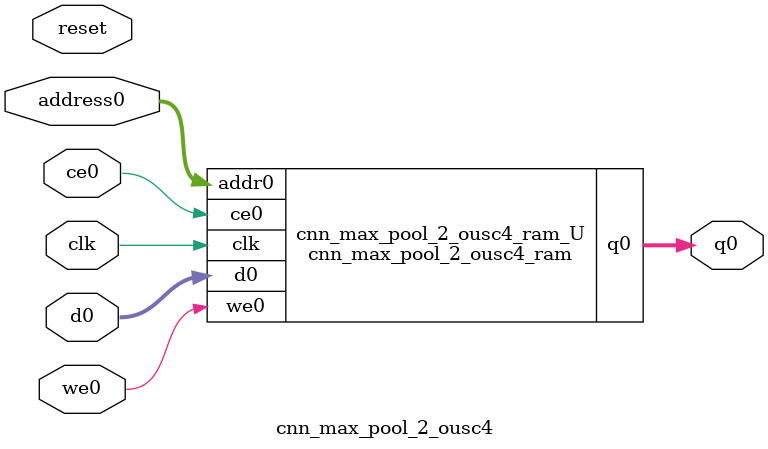
<source format=v>
`timescale 1 ns / 1 ps
module cnn_max_pool_2_ousc4_ram (addr0, ce0, d0, we0, q0,  clk);

parameter DWIDTH = 14;
parameter AWIDTH = 9;
parameter MEM_SIZE = 400;

input[AWIDTH-1:0] addr0;
input ce0;
input[DWIDTH-1:0] d0;
input we0;
output reg[DWIDTH-1:0] q0;
input clk;

(* ram_style = "block" *)reg [DWIDTH-1:0] ram[0:MEM_SIZE-1];




always @(posedge clk)  
begin 
    if (ce0) 
    begin
        if (we0) 
        begin 
            ram[addr0] <= d0; 
        end 
        q0 <= ram[addr0];
    end
end


endmodule

`timescale 1 ns / 1 ps
module cnn_max_pool_2_ousc4(
    reset,
    clk,
    address0,
    ce0,
    we0,
    d0,
    q0);

parameter DataWidth = 32'd14;
parameter AddressRange = 32'd400;
parameter AddressWidth = 32'd9;
input reset;
input clk;
input[AddressWidth - 1:0] address0;
input ce0;
input we0;
input[DataWidth - 1:0] d0;
output[DataWidth - 1:0] q0;



cnn_max_pool_2_ousc4_ram cnn_max_pool_2_ousc4_ram_U(
    .clk( clk ),
    .addr0( address0 ),
    .ce0( ce0 ),
    .we0( we0 ),
    .d0( d0 ),
    .q0( q0 ));

endmodule


</source>
